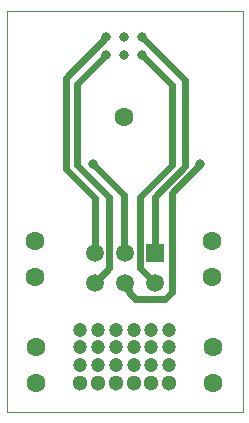
<source format=gbl>
G04*
G04 #@! TF.GenerationSoftware,Altium Limited,Altium Designer,22.2.1 (43)*
G04*
G04 Layer_Physical_Order=2*
G04 Layer_Color=16711680*
%FSLAX42Y42*%
%MOMM*%
G71*
G04*
G04 #@! TF.SameCoordinates,2103375D-A71D-46A8-8251-58F9F09037AB*
G04*
G04*
G04 #@! TF.FilePolarity,Positive*
G04*
G01*
G75*
%ADD10C,0.10*%
%ADD23C,0.60*%
%ADD25C,1.60*%
%ADD26R,1.50X1.50*%
%ADD27C,1.50*%
%ADD28C,0.80*%
%ADD29C,1.20*%
%ADD30C,1.30*%
D10*
X0Y0D02*
Y3400D01*
X2000D01*
Y0D02*
Y3400D01*
X0Y0D02*
X2000D01*
D23*
X746Y1350D02*
Y1811D01*
X500Y2057D02*
Y2830D01*
Y2057D02*
X746Y1811D01*
X871Y1221D02*
Y1823D01*
X600Y2094D02*
Y2780D01*
Y2094D02*
X871Y1823D01*
X1340Y960D02*
X1400Y1020D01*
Y1860D01*
X1640Y2100D01*
X1254Y1827D02*
X1510Y2083D01*
X1254Y1350D02*
Y1827D01*
X1510Y2083D02*
Y2810D01*
X1400Y2094D02*
Y2770D01*
X1129Y1823D02*
X1400Y2094D01*
X1129Y1260D02*
Y1823D01*
X991Y1359D02*
Y1839D01*
X730Y2100D02*
X991Y1839D01*
X1090Y960D02*
X1340D01*
X1000Y1072D02*
X1034Y1038D01*
Y1016D02*
Y1038D01*
X1000Y1072D02*
Y1096D01*
X1034Y1016D02*
X1090Y960D01*
X991Y1359D02*
X1000Y1350D01*
X500Y2830D02*
X845Y3175D01*
X600Y2780D02*
X845Y3025D01*
X1145Y3175D02*
X1510Y2810D01*
X1130Y1220D02*
X1254Y1096D01*
X1130Y1220D02*
Y1259D01*
X1129Y1260D02*
X1130Y1259D01*
X1145Y3025D02*
X1400Y2770D01*
X746Y1096D02*
X871Y1221D01*
D25*
X1740Y1150D02*
D03*
X240D02*
D03*
X1750Y550D02*
D03*
X250D02*
D03*
Y250D02*
D03*
X1750D02*
D03*
X1740Y1450D02*
D03*
X240D02*
D03*
X996Y2500D02*
D03*
D26*
X1254Y1350D02*
D03*
D27*
X1000D02*
D03*
X746D02*
D03*
X1000Y1096D02*
D03*
X746D02*
D03*
X1254D02*
D03*
D28*
X1640Y2100D02*
D03*
X730D02*
D03*
X845Y3025D02*
D03*
X995D02*
D03*
X1145D02*
D03*
X1145Y3175D02*
D03*
X995Y3175D02*
D03*
X845D02*
D03*
D29*
X775Y400D02*
D03*
X1075D02*
D03*
X1225D02*
D03*
X925D02*
D03*
Y550D02*
D03*
X1225D02*
D03*
X1075D02*
D03*
X625D02*
D03*
Y700D02*
D03*
X775D02*
D03*
X1075D02*
D03*
X1225D02*
D03*
X925D02*
D03*
X625Y400D02*
D03*
X775Y550D02*
D03*
X1375Y700D02*
D03*
Y550D02*
D03*
Y400D02*
D03*
D30*
X925Y250D02*
D03*
X1375D02*
D03*
X1225D02*
D03*
X1075D02*
D03*
X775D02*
D03*
X625D02*
D03*
M02*

</source>
